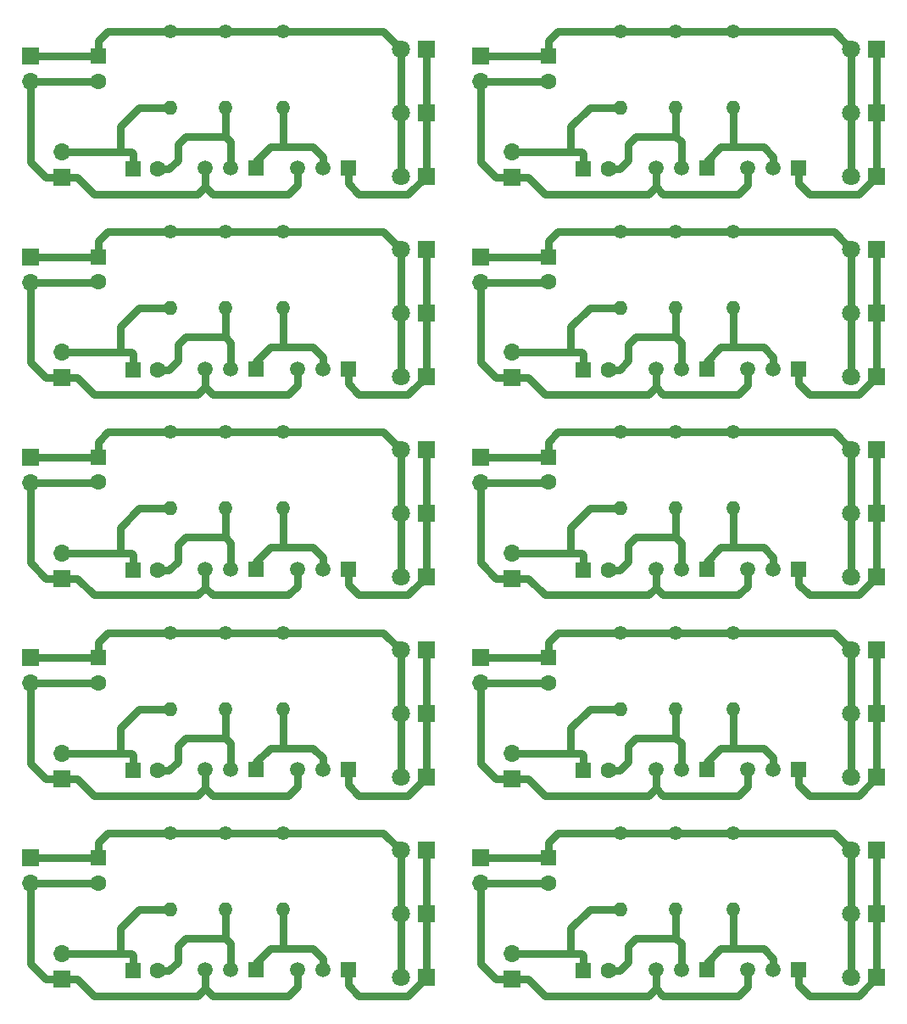
<source format=gbr>
G04 #@! TF.GenerationSoftware,KiCad,Pcbnew,(5.0.2)-1*
G04 #@! TF.CreationDate,2019-05-19T00:08:12-05:00*
G04 #@! TF.ProjectId,panel_luz_audioritmica,70616e65-6c5f-46c7-957a-5f617564696f,rev?*
G04 #@! TF.SameCoordinates,PX4b8e0a8PY86fe1b0*
G04 #@! TF.FileFunction,Copper,L2,Bot*
G04 #@! TF.FilePolarity,Positive*
%FSLAX46Y46*%
G04 Gerber Fmt 4.6, Leading zero omitted, Abs format (unit mm)*
G04 Created by KiCad (PCBNEW (5.0.2)-1) date 5/19/2019 12:08:12 AM*
%MOMM*%
%LPD*%
G01*
G04 APERTURE LIST*
G04 #@! TA.AperFunction,ComponentPad*
%ADD10R,1.800000X1.800000*%
G04 #@! TD*
G04 #@! TA.AperFunction,ComponentPad*
%ADD11C,1.800000*%
G04 #@! TD*
G04 #@! TA.AperFunction,ComponentPad*
%ADD12R,1.600000X1.600000*%
G04 #@! TD*
G04 #@! TA.AperFunction,ComponentPad*
%ADD13C,1.600000*%
G04 #@! TD*
G04 #@! TA.AperFunction,ComponentPad*
%ADD14C,1.500000*%
G04 #@! TD*
G04 #@! TA.AperFunction,ComponentPad*
%ADD15R,1.500000X1.500000*%
G04 #@! TD*
G04 #@! TA.AperFunction,ComponentPad*
%ADD16O,1.700000X1.700000*%
G04 #@! TD*
G04 #@! TA.AperFunction,ComponentPad*
%ADD17R,1.700000X1.700000*%
G04 #@! TD*
G04 #@! TA.AperFunction,ComponentPad*
%ADD18C,1.400000*%
G04 #@! TD*
G04 #@! TA.AperFunction,ComponentPad*
%ADD19O,1.400000X1.400000*%
G04 #@! TD*
G04 #@! TA.AperFunction,Conductor*
%ADD20C,0.750000*%
G04 #@! TD*
G04 APERTURE END LIST*
D10*
G04 #@! TO.P,~,1*
G04 #@! TO.N,N/C*
X92800000Y3810000D03*
D11*
G04 #@! TO.P,~,2*
X90260000Y3810000D03*
G04 #@! TD*
D12*
G04 #@! TO.P,C2,1*
G04 #@! TO.N,N/C*
X60045000Y15760000D03*
D13*
G04 #@! TO.P,C2,2*
X60045000Y13260000D03*
G04 #@! TD*
D10*
G04 #@! TO.P,~,1*
G04 #@! TO.N,N/C*
X92800000Y16510000D03*
D11*
G04 #@! TO.P,~,2*
X90260000Y16510000D03*
G04 #@! TD*
D14*
G04 #@! TO.P,Q1,2*
G04 #@! TO.N,N/C*
X73285000Y4580000D03*
G04 #@! TO.P,Q1,3*
X70745000Y4580000D03*
D15*
G04 #@! TO.P,Q1,1*
X75825000Y4580000D03*
G04 #@! TD*
D16*
G04 #@! TO.P,~,2*
G04 #@! TO.N,N/C*
X53250000Y13220000D03*
D17*
G04 #@! TO.P,~,1*
X53250000Y15760000D03*
G04 #@! TD*
D12*
G04 #@! TO.P,C1,1*
G04 #@! TO.N,N/C*
X63500000Y4500000D03*
D13*
G04 #@! TO.P,C1,2*
X66000000Y4500000D03*
G04 #@! TD*
D18*
G04 #@! TO.P,R1,1*
G04 #@! TO.N,N/C*
X67250000Y18250000D03*
D19*
G04 #@! TO.P,R1,2*
X67250000Y10630000D03*
G04 #@! TD*
D11*
G04 #@! TO.P,~,2*
G04 #@! TO.N,N/C*
X90260000Y10160000D03*
D10*
G04 #@! TO.P,~,1*
X92800000Y10160000D03*
G04 #@! TD*
D17*
G04 #@! TO.P,M1,1*
G04 #@! TO.N,N/C*
X56382000Y3683000D03*
D16*
G04 #@! TO.P,M1,2*
X56382000Y6223000D03*
G04 #@! TD*
D19*
G04 #@! TO.P,R3,2*
G04 #@! TO.N,N/C*
X78500000Y10630000D03*
D18*
G04 #@! TO.P,R3,1*
X78500000Y18250000D03*
G04 #@! TD*
D15*
G04 #@! TO.P,Q1,1*
G04 #@! TO.N,N/C*
X30825000Y4580000D03*
D14*
G04 #@! TO.P,Q1,3*
X25745000Y4580000D03*
G04 #@! TO.P,Q1,2*
X28285000Y4580000D03*
G04 #@! TD*
D13*
G04 #@! TO.P,C2,2*
G04 #@! TO.N,N/C*
X15045000Y13260000D03*
D12*
G04 #@! TO.P,C2,1*
X15045000Y15760000D03*
G04 #@! TD*
D17*
G04 #@! TO.P,~,1*
G04 #@! TO.N,N/C*
X8250000Y15760000D03*
D16*
G04 #@! TO.P,~,2*
X8250000Y13220000D03*
G04 #@! TD*
D19*
G04 #@! TO.P,R1,2*
G04 #@! TO.N,N/C*
X22250000Y10630000D03*
D18*
G04 #@! TO.P,R1,1*
X22250000Y18250000D03*
G04 #@! TD*
D16*
G04 #@! TO.P,M1,2*
G04 #@! TO.N,N/C*
X11382000Y6223000D03*
D17*
G04 #@! TO.P,M1,1*
X11382000Y3683000D03*
G04 #@! TD*
D11*
G04 #@! TO.P,~,2*
G04 #@! TO.N,N/C*
X45260000Y16510000D03*
D10*
G04 #@! TO.P,~,1*
X47800000Y16510000D03*
G04 #@! TD*
G04 #@! TO.P,~,1*
G04 #@! TO.N,N/C*
X47800000Y10160000D03*
D11*
G04 #@! TO.P,~,2*
X45260000Y10160000D03*
G04 #@! TD*
G04 #@! TO.P,~,2*
G04 #@! TO.N,N/C*
X45260000Y3810000D03*
D10*
G04 #@! TO.P,~,1*
X47800000Y3810000D03*
G04 #@! TD*
D13*
G04 #@! TO.P,C1,2*
G04 #@! TO.N,N/C*
X21000000Y4500000D03*
D12*
G04 #@! TO.P,C1,1*
X18500000Y4500000D03*
G04 #@! TD*
D18*
G04 #@! TO.P,R2,1*
G04 #@! TO.N,N/C*
X72750000Y18250000D03*
D19*
G04 #@! TO.P,R2,2*
X72750000Y10630000D03*
G04 #@! TD*
D15*
G04 #@! TO.P,Q2,1*
G04 #@! TO.N,N/C*
X85000000Y4580000D03*
D14*
G04 #@! TO.P,Q2,3*
X79920000Y4580000D03*
G04 #@! TO.P,Q2,2*
X82460000Y4580000D03*
G04 #@! TD*
D18*
G04 #@! TO.P,R3,1*
G04 #@! TO.N,N/C*
X33500000Y18250000D03*
D19*
G04 #@! TO.P,R3,2*
X33500000Y10630000D03*
G04 #@! TD*
G04 #@! TO.P,R2,2*
G04 #@! TO.N,N/C*
X27750000Y10630000D03*
D18*
G04 #@! TO.P,R2,1*
X27750000Y18250000D03*
G04 #@! TD*
D14*
G04 #@! TO.P,Q2,2*
G04 #@! TO.N,N/C*
X37460000Y4580000D03*
G04 #@! TO.P,Q2,3*
X34920000Y4580000D03*
D15*
G04 #@! TO.P,Q2,1*
X40000000Y4580000D03*
G04 #@! TD*
D10*
G04 #@! TO.P,~,1*
G04 #@! TO.N,N/C*
X92800000Y23810000D03*
D11*
G04 #@! TO.P,~,2*
X90260000Y23810000D03*
G04 #@! TD*
D12*
G04 #@! TO.P,C2,1*
G04 #@! TO.N,N/C*
X60045000Y35760000D03*
D13*
G04 #@! TO.P,C2,2*
X60045000Y33260000D03*
G04 #@! TD*
D10*
G04 #@! TO.P,~,1*
G04 #@! TO.N,N/C*
X92800000Y36510000D03*
D11*
G04 #@! TO.P,~,2*
X90260000Y36510000D03*
G04 #@! TD*
D14*
G04 #@! TO.P,Q1,2*
G04 #@! TO.N,N/C*
X73285000Y24580000D03*
G04 #@! TO.P,Q1,3*
X70745000Y24580000D03*
D15*
G04 #@! TO.P,Q1,1*
X75825000Y24580000D03*
G04 #@! TD*
D16*
G04 #@! TO.P,~,2*
G04 #@! TO.N,N/C*
X53250000Y33220000D03*
D17*
G04 #@! TO.P,~,1*
X53250000Y35760000D03*
G04 #@! TD*
D12*
G04 #@! TO.P,C1,1*
G04 #@! TO.N,N/C*
X63500000Y24500000D03*
D13*
G04 #@! TO.P,C1,2*
X66000000Y24500000D03*
G04 #@! TD*
D18*
G04 #@! TO.P,R1,1*
G04 #@! TO.N,N/C*
X67250000Y38250000D03*
D19*
G04 #@! TO.P,R1,2*
X67250000Y30630000D03*
G04 #@! TD*
D11*
G04 #@! TO.P,~,2*
G04 #@! TO.N,N/C*
X90260000Y30160000D03*
D10*
G04 #@! TO.P,~,1*
X92800000Y30160000D03*
G04 #@! TD*
D17*
G04 #@! TO.P,M1,1*
G04 #@! TO.N,N/C*
X56382000Y23683000D03*
D16*
G04 #@! TO.P,M1,2*
X56382000Y26223000D03*
G04 #@! TD*
D19*
G04 #@! TO.P,R3,2*
G04 #@! TO.N,N/C*
X78500000Y30630000D03*
D18*
G04 #@! TO.P,R3,1*
X78500000Y38250000D03*
G04 #@! TD*
D15*
G04 #@! TO.P,Q1,1*
G04 #@! TO.N,N/C*
X30825000Y24580000D03*
D14*
G04 #@! TO.P,Q1,3*
X25745000Y24580000D03*
G04 #@! TO.P,Q1,2*
X28285000Y24580000D03*
G04 #@! TD*
D13*
G04 #@! TO.P,C2,2*
G04 #@! TO.N,N/C*
X15045000Y33260000D03*
D12*
G04 #@! TO.P,C2,1*
X15045000Y35760000D03*
G04 #@! TD*
D17*
G04 #@! TO.P,~,1*
G04 #@! TO.N,N/C*
X8250000Y35760000D03*
D16*
G04 #@! TO.P,~,2*
X8250000Y33220000D03*
G04 #@! TD*
D19*
G04 #@! TO.P,R1,2*
G04 #@! TO.N,N/C*
X22250000Y30630000D03*
D18*
G04 #@! TO.P,R1,1*
X22250000Y38250000D03*
G04 #@! TD*
D16*
G04 #@! TO.P,M1,2*
G04 #@! TO.N,N/C*
X11382000Y26223000D03*
D17*
G04 #@! TO.P,M1,1*
X11382000Y23683000D03*
G04 #@! TD*
D11*
G04 #@! TO.P,~,2*
G04 #@! TO.N,N/C*
X45260000Y36510000D03*
D10*
G04 #@! TO.P,~,1*
X47800000Y36510000D03*
G04 #@! TD*
G04 #@! TO.P,~,1*
G04 #@! TO.N,N/C*
X47800000Y30160000D03*
D11*
G04 #@! TO.P,~,2*
X45260000Y30160000D03*
G04 #@! TD*
G04 #@! TO.P,~,2*
G04 #@! TO.N,N/C*
X45260000Y23810000D03*
D10*
G04 #@! TO.P,~,1*
X47800000Y23810000D03*
G04 #@! TD*
D13*
G04 #@! TO.P,C1,2*
G04 #@! TO.N,N/C*
X21000000Y24500000D03*
D12*
G04 #@! TO.P,C1,1*
X18500000Y24500000D03*
G04 #@! TD*
D18*
G04 #@! TO.P,R2,1*
G04 #@! TO.N,N/C*
X72750000Y38250000D03*
D19*
G04 #@! TO.P,R2,2*
X72750000Y30630000D03*
G04 #@! TD*
D15*
G04 #@! TO.P,Q2,1*
G04 #@! TO.N,N/C*
X85000000Y24580000D03*
D14*
G04 #@! TO.P,Q2,3*
X79920000Y24580000D03*
G04 #@! TO.P,Q2,2*
X82460000Y24580000D03*
G04 #@! TD*
D18*
G04 #@! TO.P,R3,1*
G04 #@! TO.N,N/C*
X33500000Y38250000D03*
D19*
G04 #@! TO.P,R3,2*
X33500000Y30630000D03*
G04 #@! TD*
G04 #@! TO.P,R2,2*
G04 #@! TO.N,N/C*
X27750000Y30630000D03*
D18*
G04 #@! TO.P,R2,1*
X27750000Y38250000D03*
G04 #@! TD*
D14*
G04 #@! TO.P,Q2,2*
G04 #@! TO.N,N/C*
X37460000Y24580000D03*
G04 #@! TO.P,Q2,3*
X34920000Y24580000D03*
D15*
G04 #@! TO.P,Q2,1*
X40000000Y24580000D03*
G04 #@! TD*
D10*
G04 #@! TO.P,~,1*
G04 #@! TO.N,N/C*
X92800000Y43810000D03*
D11*
G04 #@! TO.P,~,2*
X90260000Y43810000D03*
G04 #@! TD*
D12*
G04 #@! TO.P,C2,1*
G04 #@! TO.N,N/C*
X60045000Y55760000D03*
D13*
G04 #@! TO.P,C2,2*
X60045000Y53260000D03*
G04 #@! TD*
D10*
G04 #@! TO.P,~,1*
G04 #@! TO.N,N/C*
X92800000Y56510000D03*
D11*
G04 #@! TO.P,~,2*
X90260000Y56510000D03*
G04 #@! TD*
D14*
G04 #@! TO.P,Q1,2*
G04 #@! TO.N,N/C*
X73285000Y44580000D03*
G04 #@! TO.P,Q1,3*
X70745000Y44580000D03*
D15*
G04 #@! TO.P,Q1,1*
X75825000Y44580000D03*
G04 #@! TD*
D16*
G04 #@! TO.P,~,2*
G04 #@! TO.N,N/C*
X53250000Y53220000D03*
D17*
G04 #@! TO.P,~,1*
X53250000Y55760000D03*
G04 #@! TD*
D12*
G04 #@! TO.P,C1,1*
G04 #@! TO.N,N/C*
X63500000Y44500000D03*
D13*
G04 #@! TO.P,C1,2*
X66000000Y44500000D03*
G04 #@! TD*
D18*
G04 #@! TO.P,R1,1*
G04 #@! TO.N,N/C*
X67250000Y58250000D03*
D19*
G04 #@! TO.P,R1,2*
X67250000Y50630000D03*
G04 #@! TD*
D11*
G04 #@! TO.P,~,2*
G04 #@! TO.N,N/C*
X90260000Y50160000D03*
D10*
G04 #@! TO.P,~,1*
X92800000Y50160000D03*
G04 #@! TD*
D17*
G04 #@! TO.P,M1,1*
G04 #@! TO.N,N/C*
X56382000Y43683000D03*
D16*
G04 #@! TO.P,M1,2*
X56382000Y46223000D03*
G04 #@! TD*
D19*
G04 #@! TO.P,R3,2*
G04 #@! TO.N,N/C*
X78500000Y50630000D03*
D18*
G04 #@! TO.P,R3,1*
X78500000Y58250000D03*
G04 #@! TD*
D15*
G04 #@! TO.P,Q1,1*
G04 #@! TO.N,N/C*
X30825000Y44580000D03*
D14*
G04 #@! TO.P,Q1,3*
X25745000Y44580000D03*
G04 #@! TO.P,Q1,2*
X28285000Y44580000D03*
G04 #@! TD*
D13*
G04 #@! TO.P,C2,2*
G04 #@! TO.N,N/C*
X15045000Y53260000D03*
D12*
G04 #@! TO.P,C2,1*
X15045000Y55760000D03*
G04 #@! TD*
D17*
G04 #@! TO.P,~,1*
G04 #@! TO.N,N/C*
X8250000Y55760000D03*
D16*
G04 #@! TO.P,~,2*
X8250000Y53220000D03*
G04 #@! TD*
D19*
G04 #@! TO.P,R1,2*
G04 #@! TO.N,N/C*
X22250000Y50630000D03*
D18*
G04 #@! TO.P,R1,1*
X22250000Y58250000D03*
G04 #@! TD*
D16*
G04 #@! TO.P,M1,2*
G04 #@! TO.N,N/C*
X11382000Y46223000D03*
D17*
G04 #@! TO.P,M1,1*
X11382000Y43683000D03*
G04 #@! TD*
D11*
G04 #@! TO.P,~,2*
G04 #@! TO.N,N/C*
X45260000Y56510000D03*
D10*
G04 #@! TO.P,~,1*
X47800000Y56510000D03*
G04 #@! TD*
G04 #@! TO.P,~,1*
G04 #@! TO.N,N/C*
X47800000Y50160000D03*
D11*
G04 #@! TO.P,~,2*
X45260000Y50160000D03*
G04 #@! TD*
G04 #@! TO.P,~,2*
G04 #@! TO.N,N/C*
X45260000Y43810000D03*
D10*
G04 #@! TO.P,~,1*
X47800000Y43810000D03*
G04 #@! TD*
D13*
G04 #@! TO.P,C1,2*
G04 #@! TO.N,N/C*
X21000000Y44500000D03*
D12*
G04 #@! TO.P,C1,1*
X18500000Y44500000D03*
G04 #@! TD*
D18*
G04 #@! TO.P,R2,1*
G04 #@! TO.N,N/C*
X72750000Y58250000D03*
D19*
G04 #@! TO.P,R2,2*
X72750000Y50630000D03*
G04 #@! TD*
D15*
G04 #@! TO.P,Q2,1*
G04 #@! TO.N,N/C*
X85000000Y44580000D03*
D14*
G04 #@! TO.P,Q2,3*
X79920000Y44580000D03*
G04 #@! TO.P,Q2,2*
X82460000Y44580000D03*
G04 #@! TD*
D18*
G04 #@! TO.P,R3,1*
G04 #@! TO.N,N/C*
X33500000Y58250000D03*
D19*
G04 #@! TO.P,R3,2*
X33500000Y50630000D03*
G04 #@! TD*
G04 #@! TO.P,R2,2*
G04 #@! TO.N,N/C*
X27750000Y50630000D03*
D18*
G04 #@! TO.P,R2,1*
X27750000Y58250000D03*
G04 #@! TD*
D14*
G04 #@! TO.P,Q2,2*
G04 #@! TO.N,N/C*
X37460000Y44580000D03*
G04 #@! TO.P,Q2,3*
X34920000Y44580000D03*
D15*
G04 #@! TO.P,Q2,1*
X40000000Y44580000D03*
G04 #@! TD*
D10*
G04 #@! TO.P,~,1*
G04 #@! TO.N,N/C*
X92800000Y63810000D03*
D11*
G04 #@! TO.P,~,2*
X90260000Y63810000D03*
G04 #@! TD*
D12*
G04 #@! TO.P,C2,1*
G04 #@! TO.N,N/C*
X60045000Y75760000D03*
D13*
G04 #@! TO.P,C2,2*
X60045000Y73260000D03*
G04 #@! TD*
D10*
G04 #@! TO.P,~,1*
G04 #@! TO.N,N/C*
X92800000Y76510000D03*
D11*
G04 #@! TO.P,~,2*
X90260000Y76510000D03*
G04 #@! TD*
D14*
G04 #@! TO.P,Q1,2*
G04 #@! TO.N,N/C*
X73285000Y64580000D03*
G04 #@! TO.P,Q1,3*
X70745000Y64580000D03*
D15*
G04 #@! TO.P,Q1,1*
X75825000Y64580000D03*
G04 #@! TD*
D16*
G04 #@! TO.P,~,2*
G04 #@! TO.N,N/C*
X53250000Y73220000D03*
D17*
G04 #@! TO.P,~,1*
X53250000Y75760000D03*
G04 #@! TD*
D12*
G04 #@! TO.P,C1,1*
G04 #@! TO.N,N/C*
X63500000Y64500000D03*
D13*
G04 #@! TO.P,C1,2*
X66000000Y64500000D03*
G04 #@! TD*
D18*
G04 #@! TO.P,R1,1*
G04 #@! TO.N,N/C*
X67250000Y78250000D03*
D19*
G04 #@! TO.P,R1,2*
X67250000Y70630000D03*
G04 #@! TD*
D11*
G04 #@! TO.P,~,2*
G04 #@! TO.N,N/C*
X90260000Y70160000D03*
D10*
G04 #@! TO.P,~,1*
X92800000Y70160000D03*
G04 #@! TD*
D17*
G04 #@! TO.P,M1,1*
G04 #@! TO.N,N/C*
X56382000Y63683000D03*
D16*
G04 #@! TO.P,M1,2*
X56382000Y66223000D03*
G04 #@! TD*
D19*
G04 #@! TO.P,R3,2*
G04 #@! TO.N,N/C*
X78500000Y70630000D03*
D18*
G04 #@! TO.P,R3,1*
X78500000Y78250000D03*
G04 #@! TD*
D15*
G04 #@! TO.P,Q1,1*
G04 #@! TO.N,N/C*
X30825000Y64580000D03*
D14*
G04 #@! TO.P,Q1,3*
X25745000Y64580000D03*
G04 #@! TO.P,Q1,2*
X28285000Y64580000D03*
G04 #@! TD*
D13*
G04 #@! TO.P,C2,2*
G04 #@! TO.N,N/C*
X15045000Y73260000D03*
D12*
G04 #@! TO.P,C2,1*
X15045000Y75760000D03*
G04 #@! TD*
D17*
G04 #@! TO.P,~,1*
G04 #@! TO.N,N/C*
X8250000Y75760000D03*
D16*
G04 #@! TO.P,~,2*
X8250000Y73220000D03*
G04 #@! TD*
D19*
G04 #@! TO.P,R1,2*
G04 #@! TO.N,N/C*
X22250000Y70630000D03*
D18*
G04 #@! TO.P,R1,1*
X22250000Y78250000D03*
G04 #@! TD*
D16*
G04 #@! TO.P,M1,2*
G04 #@! TO.N,N/C*
X11382000Y66223000D03*
D17*
G04 #@! TO.P,M1,1*
X11382000Y63683000D03*
G04 #@! TD*
D11*
G04 #@! TO.P,~,2*
G04 #@! TO.N,N/C*
X45260000Y76510000D03*
D10*
G04 #@! TO.P,~,1*
X47800000Y76510000D03*
G04 #@! TD*
G04 #@! TO.P,~,1*
G04 #@! TO.N,N/C*
X47800000Y70160000D03*
D11*
G04 #@! TO.P,~,2*
X45260000Y70160000D03*
G04 #@! TD*
G04 #@! TO.P,~,2*
G04 #@! TO.N,N/C*
X45260000Y63810000D03*
D10*
G04 #@! TO.P,~,1*
X47800000Y63810000D03*
G04 #@! TD*
D13*
G04 #@! TO.P,C1,2*
G04 #@! TO.N,N/C*
X21000000Y64500000D03*
D12*
G04 #@! TO.P,C1,1*
X18500000Y64500000D03*
G04 #@! TD*
D18*
G04 #@! TO.P,R2,1*
G04 #@! TO.N,N/C*
X72750000Y78250000D03*
D19*
G04 #@! TO.P,R2,2*
X72750000Y70630000D03*
G04 #@! TD*
D15*
G04 #@! TO.P,Q2,1*
G04 #@! TO.N,N/C*
X85000000Y64580000D03*
D14*
G04 #@! TO.P,Q2,3*
X79920000Y64580000D03*
G04 #@! TO.P,Q2,2*
X82460000Y64580000D03*
G04 #@! TD*
D18*
G04 #@! TO.P,R3,1*
G04 #@! TO.N,N/C*
X33500000Y78250000D03*
D19*
G04 #@! TO.P,R3,2*
X33500000Y70630000D03*
G04 #@! TD*
G04 #@! TO.P,R2,2*
G04 #@! TO.N,N/C*
X27750000Y70630000D03*
D18*
G04 #@! TO.P,R2,1*
X27750000Y78250000D03*
G04 #@! TD*
D14*
G04 #@! TO.P,Q2,2*
G04 #@! TO.N,N/C*
X37460000Y64580000D03*
G04 #@! TO.P,Q2,3*
X34920000Y64580000D03*
D15*
G04 #@! TO.P,Q2,1*
X40000000Y64580000D03*
G04 #@! TD*
G04 #@! TO.P,Q1,1*
G04 #@! TO.N,N/C*
X75825000Y84580000D03*
D14*
G04 #@! TO.P,Q1,3*
X70745000Y84580000D03*
G04 #@! TO.P,Q1,2*
X73285000Y84580000D03*
G04 #@! TD*
D13*
G04 #@! TO.P,C2,2*
G04 #@! TO.N,N/C*
X60045000Y93260000D03*
D12*
G04 #@! TO.P,C2,1*
X60045000Y95760000D03*
G04 #@! TD*
D17*
G04 #@! TO.P,~,1*
G04 #@! TO.N,N/C*
X53250000Y95760000D03*
D16*
G04 #@! TO.P,~,2*
X53250000Y93220000D03*
G04 #@! TD*
D19*
G04 #@! TO.P,R1,2*
G04 #@! TO.N,N/C*
X67250000Y90630000D03*
D18*
G04 #@! TO.P,R1,1*
X67250000Y98250000D03*
G04 #@! TD*
D16*
G04 #@! TO.P,M1,2*
G04 #@! TO.N,N/C*
X56382000Y86223000D03*
D17*
G04 #@! TO.P,M1,1*
X56382000Y83683000D03*
G04 #@! TD*
D11*
G04 #@! TO.P,~,2*
G04 #@! TO.N,N/C*
X90260000Y96510000D03*
D10*
G04 #@! TO.P,~,1*
X92800000Y96510000D03*
G04 #@! TD*
G04 #@! TO.P,~,1*
G04 #@! TO.N,N/C*
X92800000Y90160000D03*
D11*
G04 #@! TO.P,~,2*
X90260000Y90160000D03*
G04 #@! TD*
G04 #@! TO.P,~,2*
G04 #@! TO.N,N/C*
X90260000Y83810000D03*
D10*
G04 #@! TO.P,~,1*
X92800000Y83810000D03*
G04 #@! TD*
D13*
G04 #@! TO.P,C1,2*
G04 #@! TO.N,N/C*
X66000000Y84500000D03*
D12*
G04 #@! TO.P,C1,1*
X63500000Y84500000D03*
G04 #@! TD*
D18*
G04 #@! TO.P,R3,1*
G04 #@! TO.N,N/C*
X78500000Y98250000D03*
D19*
G04 #@! TO.P,R3,2*
X78500000Y90630000D03*
G04 #@! TD*
G04 #@! TO.P,R2,2*
G04 #@! TO.N,N/C*
X72750000Y90630000D03*
D18*
G04 #@! TO.P,R2,1*
X72750000Y98250000D03*
G04 #@! TD*
D14*
G04 #@! TO.P,Q2,2*
G04 #@! TO.N,N/C*
X82460000Y84580000D03*
G04 #@! TO.P,Q2,3*
X79920000Y84580000D03*
D15*
G04 #@! TO.P,Q2,1*
X85000000Y84580000D03*
G04 #@! TD*
D16*
G04 #@! TO.P,~,2*
G04 #@! TO.N,GNDREF*
X8250000Y93220000D03*
D17*
G04 #@! TO.P,~,1*
G04 #@! TO.N,VCC*
X8250000Y95760000D03*
G04 #@! TD*
D12*
G04 #@! TO.P,C1,1*
G04 #@! TO.N,Net-(C1-Pad1)*
X18500000Y84500000D03*
D13*
G04 #@! TO.P,C1,2*
G04 #@! TO.N,Net-(C1-Pad2)*
X21000000Y84500000D03*
G04 #@! TD*
D12*
G04 #@! TO.P,C2,1*
G04 #@! TO.N,VCC*
X15045000Y95760000D03*
D13*
G04 #@! TO.P,C2,2*
G04 #@! TO.N,GNDREF*
X15045000Y93260000D03*
G04 #@! TD*
D10*
G04 #@! TO.P,~,1*
G04 #@! TO.N,Net-(D1-Pad1)*
X47800000Y83810000D03*
D11*
G04 #@! TO.P,~,2*
G04 #@! TO.N,VCC*
X45260000Y83810000D03*
G04 #@! TD*
G04 #@! TO.P,~,2*
G04 #@! TO.N,VCC*
X45260000Y90160000D03*
D10*
G04 #@! TO.P,~,1*
G04 #@! TO.N,Net-(D1-Pad1)*
X47800000Y90160000D03*
G04 #@! TD*
G04 #@! TO.P,~,1*
G04 #@! TO.N,Net-(D1-Pad1)*
X47800000Y96510000D03*
D11*
G04 #@! TO.P,~,2*
G04 #@! TO.N,VCC*
X45260000Y96510000D03*
G04 #@! TD*
D17*
G04 #@! TO.P,M1,1*
G04 #@! TO.N,GNDREF*
X11382000Y83683000D03*
D16*
G04 #@! TO.P,M1,2*
G04 #@! TO.N,Net-(C1-Pad1)*
X11382000Y86223000D03*
G04 #@! TD*
D14*
G04 #@! TO.P,Q1,2*
G04 #@! TO.N,Net-(C1-Pad2)*
X28285000Y84580000D03*
G04 #@! TO.P,Q1,3*
G04 #@! TO.N,GNDREF*
X25745000Y84580000D03*
D15*
G04 #@! TO.P,Q1,1*
G04 #@! TO.N,Net-(Q1-Pad1)*
X30825000Y84580000D03*
G04 #@! TD*
G04 #@! TO.P,Q2,1*
G04 #@! TO.N,Net-(D1-Pad1)*
X40000000Y84580000D03*
D14*
G04 #@! TO.P,Q2,3*
G04 #@! TO.N,GNDREF*
X34920000Y84580000D03*
G04 #@! TO.P,Q2,2*
G04 #@! TO.N,Net-(Q1-Pad1)*
X37460000Y84580000D03*
G04 #@! TD*
D18*
G04 #@! TO.P,R1,1*
G04 #@! TO.N,VCC*
X22250000Y98250000D03*
D19*
G04 #@! TO.P,R1,2*
G04 #@! TO.N,Net-(C1-Pad1)*
X22250000Y90630000D03*
G04 #@! TD*
D18*
G04 #@! TO.P,R2,1*
G04 #@! TO.N,VCC*
X27750000Y98250000D03*
D19*
G04 #@! TO.P,R2,2*
G04 #@! TO.N,Net-(C1-Pad2)*
X27750000Y90630000D03*
G04 #@! TD*
G04 #@! TO.P,R3,2*
G04 #@! TO.N,Net-(Q1-Pad1)*
X33500000Y90630000D03*
D18*
G04 #@! TO.P,R3,1*
G04 #@! TO.N,VCC*
X33500000Y98250000D03*
G04 #@! TD*
D20*
G04 #@! TO.N,*
X53250000Y93220000D02*
X53250000Y85215000D01*
X54782000Y83683000D02*
X56382000Y83683000D01*
X53250000Y85215000D02*
X54782000Y83683000D01*
X60005000Y93220000D02*
X60045000Y93260000D01*
X53250000Y93220000D02*
X60005000Y93220000D01*
X79920000Y84580000D02*
X79920000Y82920000D01*
X71490000Y82000000D02*
X70745000Y82745000D01*
X79920000Y82920000D02*
X79000000Y82000000D01*
X79000000Y82000000D02*
X71490000Y82000000D01*
X70745000Y82745000D02*
X70745000Y84580000D01*
X56382000Y83683000D02*
X57982000Y83683000D01*
X59665000Y82000000D02*
X70000000Y82000000D01*
X70000000Y82000000D02*
X70745000Y82745000D01*
X57982000Y83683000D02*
X59665000Y82000000D01*
X60045000Y97310000D02*
X60985000Y98250000D01*
X53250000Y95760000D02*
X60045000Y95760000D01*
X67250000Y98250000D02*
X88520000Y98250000D01*
X88520000Y98250000D02*
X90260000Y96510000D01*
X90260000Y83810000D02*
X90260000Y96510000D01*
X60045000Y95760000D02*
X60045000Y97310000D01*
X66260051Y98250000D02*
X67250000Y98250000D01*
X60985000Y98250000D02*
X66260051Y98250000D01*
X56382000Y86223000D02*
X63327000Y86223000D01*
X67250000Y90630000D02*
X64130000Y90630000D01*
X63327000Y86223000D02*
X63500000Y86050000D01*
X62250000Y88750000D02*
X62250000Y86250000D01*
X64130000Y90630000D02*
X62250000Y88750000D01*
X63500000Y86050000D02*
X63500000Y84500000D01*
X68000000Y87000000D02*
X68750000Y87750000D01*
X72750000Y90630000D02*
X72750000Y87750000D01*
X72750000Y87750000D02*
X73285000Y87215000D01*
X68000000Y85368630D02*
X68000000Y87000000D01*
X66000000Y84500000D02*
X67131370Y84500000D01*
X68750000Y87750000D02*
X72750000Y87750000D01*
X73285000Y87215000D02*
X73285000Y84580000D01*
X67131370Y84500000D02*
X68000000Y85368630D01*
X85000000Y83080000D02*
X86080000Y82000000D01*
X92800000Y96510000D02*
X92800000Y83810000D01*
X90990000Y82000000D02*
X92800000Y83810000D01*
X85000000Y84580000D02*
X85000000Y83080000D01*
X86080000Y82000000D02*
X90990000Y82000000D01*
X82500000Y84620000D02*
X82460000Y84580000D01*
X78500000Y86750000D02*
X81500000Y86750000D01*
X82500000Y85750000D02*
X82500000Y84620000D01*
X77250000Y86750000D02*
X78500000Y86750000D01*
X81500000Y86750000D02*
X82500000Y85750000D01*
X75825000Y84580000D02*
X75825000Y85325000D01*
X75825000Y85325000D02*
X77250000Y86750000D01*
X78500000Y90630000D02*
X78500000Y86750000D01*
X79000000Y62000000D02*
X71490000Y62000000D01*
X59665000Y62000000D02*
X70000000Y62000000D01*
X72750000Y67750000D02*
X73285000Y67215000D01*
X68000000Y67000000D02*
X68750000Y67750000D01*
X67250000Y78250000D02*
X88520000Y78250000D01*
X66000000Y64500000D02*
X67131370Y64500000D01*
X90990000Y62000000D02*
X92800000Y63810000D01*
X53250000Y73220000D02*
X53250000Y65215000D01*
X75825000Y64580000D02*
X75825000Y65325000D01*
X78500000Y70630000D02*
X78500000Y66750000D01*
X66260051Y78250000D02*
X67250000Y78250000D01*
X62250000Y68750000D02*
X62250000Y66250000D01*
X67131370Y64500000D02*
X68000000Y65368630D01*
X75825000Y65325000D02*
X77250000Y66750000D01*
X85000000Y63080000D02*
X86080000Y62000000D01*
X57982000Y63683000D02*
X59665000Y62000000D01*
X63327000Y66223000D02*
X63500000Y66050000D01*
X77250000Y66750000D02*
X78500000Y66750000D01*
X88520000Y78250000D02*
X90260000Y76510000D01*
X70000000Y62000000D02*
X70745000Y62745000D01*
X56382000Y63683000D02*
X57982000Y63683000D01*
X82500000Y65750000D02*
X82500000Y64620000D01*
X72750000Y70630000D02*
X72750000Y67750000D01*
X53250000Y65215000D02*
X54782000Y63683000D01*
X79920000Y64580000D02*
X79920000Y62920000D01*
X60045000Y77310000D02*
X60985000Y78250000D01*
X70745000Y62745000D02*
X70745000Y64580000D01*
X56382000Y66223000D02*
X63327000Y66223000D01*
X54782000Y63683000D02*
X56382000Y63683000D01*
X78500000Y66750000D02*
X81500000Y66750000D01*
X53250000Y75760000D02*
X60045000Y75760000D01*
X68000000Y65368630D02*
X68000000Y67000000D01*
X90260000Y63810000D02*
X90260000Y76510000D01*
X79920000Y62920000D02*
X79000000Y62000000D01*
X67250000Y70630000D02*
X64130000Y70630000D01*
X92800000Y76510000D02*
X92800000Y63810000D01*
X68750000Y67750000D02*
X72750000Y67750000D01*
X53250000Y73220000D02*
X60005000Y73220000D01*
X85000000Y64580000D02*
X85000000Y63080000D01*
X73285000Y67215000D02*
X73285000Y64580000D01*
X82500000Y64620000D02*
X82460000Y64580000D01*
X60045000Y75760000D02*
X60045000Y77310000D01*
X71490000Y62000000D02*
X70745000Y62745000D01*
X81500000Y66750000D02*
X82500000Y65750000D01*
X60005000Y73220000D02*
X60045000Y73260000D01*
X60985000Y78250000D02*
X66260051Y78250000D01*
X63500000Y66050000D02*
X63500000Y64500000D01*
X86080000Y62000000D02*
X90990000Y62000000D01*
X64130000Y70630000D02*
X62250000Y68750000D01*
X8250000Y73220000D02*
X8250000Y65215000D01*
X9782000Y63683000D02*
X11382000Y63683000D01*
X8250000Y65215000D02*
X9782000Y63683000D01*
X15005000Y73220000D02*
X15045000Y73260000D01*
X8250000Y73220000D02*
X15005000Y73220000D01*
X34920000Y64580000D02*
X34920000Y62920000D01*
X26490000Y62000000D02*
X25745000Y62745000D01*
X34920000Y62920000D02*
X34000000Y62000000D01*
X34000000Y62000000D02*
X26490000Y62000000D01*
X25745000Y62745000D02*
X25745000Y64580000D01*
X11382000Y63683000D02*
X12982000Y63683000D01*
X14665000Y62000000D02*
X25000000Y62000000D01*
X25000000Y62000000D02*
X25745000Y62745000D01*
X12982000Y63683000D02*
X14665000Y62000000D01*
X15045000Y77310000D02*
X15985000Y78250000D01*
X8250000Y75760000D02*
X15045000Y75760000D01*
X22250000Y78250000D02*
X43520000Y78250000D01*
X43520000Y78250000D02*
X45260000Y76510000D01*
X45260000Y63810000D02*
X45260000Y76510000D01*
X15045000Y75760000D02*
X15045000Y77310000D01*
X21260051Y78250000D02*
X22250000Y78250000D01*
X15985000Y78250000D02*
X21260051Y78250000D01*
X11382000Y66223000D02*
X18327000Y66223000D01*
X22250000Y70630000D02*
X19130000Y70630000D01*
X18327000Y66223000D02*
X18500000Y66050000D01*
X17250000Y68750000D02*
X17250000Y66250000D01*
X19130000Y70630000D02*
X17250000Y68750000D01*
X18500000Y66050000D02*
X18500000Y64500000D01*
X23000000Y67000000D02*
X23750000Y67750000D01*
X27750000Y70630000D02*
X27750000Y67750000D01*
X27750000Y67750000D02*
X28285000Y67215000D01*
X23000000Y65368630D02*
X23000000Y67000000D01*
X21000000Y64500000D02*
X22131370Y64500000D01*
X23750000Y67750000D02*
X27750000Y67750000D01*
X28285000Y67215000D02*
X28285000Y64580000D01*
X22131370Y64500000D02*
X23000000Y65368630D01*
X40000000Y63080000D02*
X41080000Y62000000D01*
X47800000Y76510000D02*
X47800000Y63810000D01*
X45990000Y62000000D02*
X47800000Y63810000D01*
X40000000Y64580000D02*
X40000000Y63080000D01*
X41080000Y62000000D02*
X45990000Y62000000D01*
X37500000Y64620000D02*
X37460000Y64580000D01*
X33500000Y66750000D02*
X36500000Y66750000D01*
X37500000Y65750000D02*
X37500000Y64620000D01*
X32250000Y66750000D02*
X33500000Y66750000D01*
X36500000Y66750000D02*
X37500000Y65750000D01*
X30825000Y64580000D02*
X30825000Y65325000D01*
X30825000Y65325000D02*
X32250000Y66750000D01*
X33500000Y70630000D02*
X33500000Y66750000D01*
X79000000Y42000000D02*
X71490000Y42000000D01*
X59665000Y42000000D02*
X70000000Y42000000D01*
X72750000Y47750000D02*
X73285000Y47215000D01*
X68000000Y47000000D02*
X68750000Y47750000D01*
X67250000Y58250000D02*
X88520000Y58250000D01*
X66000000Y44500000D02*
X67131370Y44500000D01*
X90990000Y42000000D02*
X92800000Y43810000D01*
X53250000Y53220000D02*
X53250000Y45215000D01*
X75825000Y44580000D02*
X75825000Y45325000D01*
X78500000Y50630000D02*
X78500000Y46750000D01*
X66260051Y58250000D02*
X67250000Y58250000D01*
X62250000Y48750000D02*
X62250000Y46250000D01*
X67131370Y44500000D02*
X68000000Y45368630D01*
X75825000Y45325000D02*
X77250000Y46750000D01*
X85000000Y43080000D02*
X86080000Y42000000D01*
X57982000Y43683000D02*
X59665000Y42000000D01*
X63327000Y46223000D02*
X63500000Y46050000D01*
X77250000Y46750000D02*
X78500000Y46750000D01*
X88520000Y58250000D02*
X90260000Y56510000D01*
X70000000Y42000000D02*
X70745000Y42745000D01*
X56382000Y43683000D02*
X57982000Y43683000D01*
X82500000Y45750000D02*
X82500000Y44620000D01*
X72750000Y50630000D02*
X72750000Y47750000D01*
X53250000Y45215000D02*
X54782000Y43683000D01*
X79920000Y44580000D02*
X79920000Y42920000D01*
X60045000Y57310000D02*
X60985000Y58250000D01*
X70745000Y42745000D02*
X70745000Y44580000D01*
X56382000Y46223000D02*
X63327000Y46223000D01*
X54782000Y43683000D02*
X56382000Y43683000D01*
X78500000Y46750000D02*
X81500000Y46750000D01*
X53250000Y55760000D02*
X60045000Y55760000D01*
X68000000Y45368630D02*
X68000000Y47000000D01*
X90260000Y43810000D02*
X90260000Y56510000D01*
X79920000Y42920000D02*
X79000000Y42000000D01*
X67250000Y50630000D02*
X64130000Y50630000D01*
X92800000Y56510000D02*
X92800000Y43810000D01*
X68750000Y47750000D02*
X72750000Y47750000D01*
X53250000Y53220000D02*
X60005000Y53220000D01*
X85000000Y44580000D02*
X85000000Y43080000D01*
X73285000Y47215000D02*
X73285000Y44580000D01*
X82500000Y44620000D02*
X82460000Y44580000D01*
X60045000Y55760000D02*
X60045000Y57310000D01*
X71490000Y42000000D02*
X70745000Y42745000D01*
X81500000Y46750000D02*
X82500000Y45750000D01*
X60005000Y53220000D02*
X60045000Y53260000D01*
X60985000Y58250000D02*
X66260051Y58250000D01*
X63500000Y46050000D02*
X63500000Y44500000D01*
X86080000Y42000000D02*
X90990000Y42000000D01*
X64130000Y50630000D02*
X62250000Y48750000D01*
X8250000Y53220000D02*
X8250000Y45215000D01*
X9782000Y43683000D02*
X11382000Y43683000D01*
X8250000Y45215000D02*
X9782000Y43683000D01*
X15005000Y53220000D02*
X15045000Y53260000D01*
X8250000Y53220000D02*
X15005000Y53220000D01*
X34920000Y44580000D02*
X34920000Y42920000D01*
X26490000Y42000000D02*
X25745000Y42745000D01*
X34920000Y42920000D02*
X34000000Y42000000D01*
X34000000Y42000000D02*
X26490000Y42000000D01*
X25745000Y42745000D02*
X25745000Y44580000D01*
X11382000Y43683000D02*
X12982000Y43683000D01*
X14665000Y42000000D02*
X25000000Y42000000D01*
X25000000Y42000000D02*
X25745000Y42745000D01*
X12982000Y43683000D02*
X14665000Y42000000D01*
X15045000Y57310000D02*
X15985000Y58250000D01*
X8250000Y55760000D02*
X15045000Y55760000D01*
X22250000Y58250000D02*
X43520000Y58250000D01*
X43520000Y58250000D02*
X45260000Y56510000D01*
X45260000Y43810000D02*
X45260000Y56510000D01*
X15045000Y55760000D02*
X15045000Y57310000D01*
X21260051Y58250000D02*
X22250000Y58250000D01*
X15985000Y58250000D02*
X21260051Y58250000D01*
X11382000Y46223000D02*
X18327000Y46223000D01*
X22250000Y50630000D02*
X19130000Y50630000D01*
X18327000Y46223000D02*
X18500000Y46050000D01*
X17250000Y48750000D02*
X17250000Y46250000D01*
X19130000Y50630000D02*
X17250000Y48750000D01*
X18500000Y46050000D02*
X18500000Y44500000D01*
X23000000Y47000000D02*
X23750000Y47750000D01*
X27750000Y50630000D02*
X27750000Y47750000D01*
X27750000Y47750000D02*
X28285000Y47215000D01*
X23000000Y45368630D02*
X23000000Y47000000D01*
X21000000Y44500000D02*
X22131370Y44500000D01*
X23750000Y47750000D02*
X27750000Y47750000D01*
X28285000Y47215000D02*
X28285000Y44580000D01*
X22131370Y44500000D02*
X23000000Y45368630D01*
X40000000Y43080000D02*
X41080000Y42000000D01*
X47800000Y56510000D02*
X47800000Y43810000D01*
X45990000Y42000000D02*
X47800000Y43810000D01*
X40000000Y44580000D02*
X40000000Y43080000D01*
X41080000Y42000000D02*
X45990000Y42000000D01*
X37500000Y44620000D02*
X37460000Y44580000D01*
X33500000Y46750000D02*
X36500000Y46750000D01*
X37500000Y45750000D02*
X37500000Y44620000D01*
X32250000Y46750000D02*
X33500000Y46750000D01*
X36500000Y46750000D02*
X37500000Y45750000D01*
X30825000Y44580000D02*
X30825000Y45325000D01*
X30825000Y45325000D02*
X32250000Y46750000D01*
X33500000Y50630000D02*
X33500000Y46750000D01*
X79000000Y22000000D02*
X71490000Y22000000D01*
X59665000Y22000000D02*
X70000000Y22000000D01*
X72750000Y27750000D02*
X73285000Y27215000D01*
X68000000Y27000000D02*
X68750000Y27750000D01*
X67250000Y38250000D02*
X88520000Y38250000D01*
X66000000Y24500000D02*
X67131370Y24500000D01*
X90990000Y22000000D02*
X92800000Y23810000D01*
X53250000Y33220000D02*
X53250000Y25215000D01*
X75825000Y24580000D02*
X75825000Y25325000D01*
X78500000Y30630000D02*
X78500000Y26750000D01*
X66260051Y38250000D02*
X67250000Y38250000D01*
X62250000Y28750000D02*
X62250000Y26250000D01*
X67131370Y24500000D02*
X68000000Y25368630D01*
X75825000Y25325000D02*
X77250000Y26750000D01*
X85000000Y23080000D02*
X86080000Y22000000D01*
X57982000Y23683000D02*
X59665000Y22000000D01*
X63327000Y26223000D02*
X63500000Y26050000D01*
X77250000Y26750000D02*
X78500000Y26750000D01*
X88520000Y38250000D02*
X90260000Y36510000D01*
X70000000Y22000000D02*
X70745000Y22745000D01*
X56382000Y23683000D02*
X57982000Y23683000D01*
X82500000Y25750000D02*
X82500000Y24620000D01*
X72750000Y30630000D02*
X72750000Y27750000D01*
X53250000Y25215000D02*
X54782000Y23683000D01*
X79920000Y24580000D02*
X79920000Y22920000D01*
X60045000Y37310000D02*
X60985000Y38250000D01*
X70745000Y22745000D02*
X70745000Y24580000D01*
X56382000Y26223000D02*
X63327000Y26223000D01*
X54782000Y23683000D02*
X56382000Y23683000D01*
X78500000Y26750000D02*
X81500000Y26750000D01*
X53250000Y35760000D02*
X60045000Y35760000D01*
X68000000Y25368630D02*
X68000000Y27000000D01*
X90260000Y23810000D02*
X90260000Y36510000D01*
X79920000Y22920000D02*
X79000000Y22000000D01*
X67250000Y30630000D02*
X64130000Y30630000D01*
X92800000Y36510000D02*
X92800000Y23810000D01*
X68750000Y27750000D02*
X72750000Y27750000D01*
X53250000Y33220000D02*
X60005000Y33220000D01*
X85000000Y24580000D02*
X85000000Y23080000D01*
X73285000Y27215000D02*
X73285000Y24580000D01*
X82500000Y24620000D02*
X82460000Y24580000D01*
X60045000Y35760000D02*
X60045000Y37310000D01*
X71490000Y22000000D02*
X70745000Y22745000D01*
X81500000Y26750000D02*
X82500000Y25750000D01*
X60005000Y33220000D02*
X60045000Y33260000D01*
X60985000Y38250000D02*
X66260051Y38250000D01*
X63500000Y26050000D02*
X63500000Y24500000D01*
X86080000Y22000000D02*
X90990000Y22000000D01*
X64130000Y30630000D02*
X62250000Y28750000D01*
X8250000Y33220000D02*
X8250000Y25215000D01*
X9782000Y23683000D02*
X11382000Y23683000D01*
X8250000Y25215000D02*
X9782000Y23683000D01*
X15005000Y33220000D02*
X15045000Y33260000D01*
X8250000Y33220000D02*
X15005000Y33220000D01*
X34920000Y24580000D02*
X34920000Y22920000D01*
X26490000Y22000000D02*
X25745000Y22745000D01*
X34920000Y22920000D02*
X34000000Y22000000D01*
X34000000Y22000000D02*
X26490000Y22000000D01*
X25745000Y22745000D02*
X25745000Y24580000D01*
X11382000Y23683000D02*
X12982000Y23683000D01*
X14665000Y22000000D02*
X25000000Y22000000D01*
X25000000Y22000000D02*
X25745000Y22745000D01*
X12982000Y23683000D02*
X14665000Y22000000D01*
X15045000Y37310000D02*
X15985000Y38250000D01*
X8250000Y35760000D02*
X15045000Y35760000D01*
X22250000Y38250000D02*
X43520000Y38250000D01*
X43520000Y38250000D02*
X45260000Y36510000D01*
X45260000Y23810000D02*
X45260000Y36510000D01*
X15045000Y35760000D02*
X15045000Y37310000D01*
X21260051Y38250000D02*
X22250000Y38250000D01*
X15985000Y38250000D02*
X21260051Y38250000D01*
X11382000Y26223000D02*
X18327000Y26223000D01*
X22250000Y30630000D02*
X19130000Y30630000D01*
X18327000Y26223000D02*
X18500000Y26050000D01*
X17250000Y28750000D02*
X17250000Y26250000D01*
X19130000Y30630000D02*
X17250000Y28750000D01*
X18500000Y26050000D02*
X18500000Y24500000D01*
X23000000Y27000000D02*
X23750000Y27750000D01*
X27750000Y30630000D02*
X27750000Y27750000D01*
X27750000Y27750000D02*
X28285000Y27215000D01*
X23000000Y25368630D02*
X23000000Y27000000D01*
X21000000Y24500000D02*
X22131370Y24500000D01*
X23750000Y27750000D02*
X27750000Y27750000D01*
X28285000Y27215000D02*
X28285000Y24580000D01*
X22131370Y24500000D02*
X23000000Y25368630D01*
X40000000Y23080000D02*
X41080000Y22000000D01*
X47800000Y36510000D02*
X47800000Y23810000D01*
X45990000Y22000000D02*
X47800000Y23810000D01*
X40000000Y24580000D02*
X40000000Y23080000D01*
X41080000Y22000000D02*
X45990000Y22000000D01*
X37500000Y24620000D02*
X37460000Y24580000D01*
X33500000Y26750000D02*
X36500000Y26750000D01*
X37500000Y25750000D02*
X37500000Y24620000D01*
X32250000Y26750000D02*
X33500000Y26750000D01*
X36500000Y26750000D02*
X37500000Y25750000D01*
X30825000Y24580000D02*
X30825000Y25325000D01*
X30825000Y25325000D02*
X32250000Y26750000D01*
X33500000Y30630000D02*
X33500000Y26750000D01*
X79000000Y2000000D02*
X71490000Y2000000D01*
X59665000Y2000000D02*
X70000000Y2000000D01*
X72750000Y7750000D02*
X73285000Y7215000D01*
X68000000Y7000000D02*
X68750000Y7750000D01*
X67250000Y18250000D02*
X88520000Y18250000D01*
X66000000Y4500000D02*
X67131370Y4500000D01*
X90990000Y2000000D02*
X92800000Y3810000D01*
X53250000Y13220000D02*
X53250000Y5215000D01*
X75825000Y4580000D02*
X75825000Y5325000D01*
X78500000Y10630000D02*
X78500000Y6750000D01*
X66260051Y18250000D02*
X67250000Y18250000D01*
X62250000Y8750000D02*
X62250000Y6250000D01*
X67131370Y4500000D02*
X68000000Y5368630D01*
X75825000Y5325000D02*
X77250000Y6750000D01*
X85000000Y3080000D02*
X86080000Y2000000D01*
X57982000Y3683000D02*
X59665000Y2000000D01*
X63327000Y6223000D02*
X63500000Y6050000D01*
X77250000Y6750000D02*
X78500000Y6750000D01*
X88520000Y18250000D02*
X90260000Y16510000D01*
X70000000Y2000000D02*
X70745000Y2745000D01*
X56382000Y3683000D02*
X57982000Y3683000D01*
X82500000Y5750000D02*
X82500000Y4620000D01*
X72750000Y10630000D02*
X72750000Y7750000D01*
X53250000Y5215000D02*
X54782000Y3683000D01*
X79920000Y4580000D02*
X79920000Y2920000D01*
X60045000Y17310000D02*
X60985000Y18250000D01*
X70745000Y2745000D02*
X70745000Y4580000D01*
X56382000Y6223000D02*
X63327000Y6223000D01*
X54782000Y3683000D02*
X56382000Y3683000D01*
X78500000Y6750000D02*
X81500000Y6750000D01*
X53250000Y15760000D02*
X60045000Y15760000D01*
X68000000Y5368630D02*
X68000000Y7000000D01*
X90260000Y3810000D02*
X90260000Y16510000D01*
X79920000Y2920000D02*
X79000000Y2000000D01*
X67250000Y10630000D02*
X64130000Y10630000D01*
X92800000Y16510000D02*
X92800000Y3810000D01*
X68750000Y7750000D02*
X72750000Y7750000D01*
X53250000Y13220000D02*
X60005000Y13220000D01*
X85000000Y4580000D02*
X85000000Y3080000D01*
X73285000Y7215000D02*
X73285000Y4580000D01*
X82500000Y4620000D02*
X82460000Y4580000D01*
X60045000Y15760000D02*
X60045000Y17310000D01*
X71490000Y2000000D02*
X70745000Y2745000D01*
X81500000Y6750000D02*
X82500000Y5750000D01*
X60005000Y13220000D02*
X60045000Y13260000D01*
X60985000Y18250000D02*
X66260051Y18250000D01*
X63500000Y6050000D02*
X63500000Y4500000D01*
X86080000Y2000000D02*
X90990000Y2000000D01*
X64130000Y10630000D02*
X62250000Y8750000D01*
X8250000Y13220000D02*
X8250000Y5215000D01*
X9782000Y3683000D02*
X11382000Y3683000D01*
X8250000Y5215000D02*
X9782000Y3683000D01*
X15005000Y13220000D02*
X15045000Y13260000D01*
X8250000Y13220000D02*
X15005000Y13220000D01*
X34920000Y4580000D02*
X34920000Y2920000D01*
X26490000Y2000000D02*
X25745000Y2745000D01*
X34920000Y2920000D02*
X34000000Y2000000D01*
X34000000Y2000000D02*
X26490000Y2000000D01*
X25745000Y2745000D02*
X25745000Y4580000D01*
X11382000Y3683000D02*
X12982000Y3683000D01*
X14665000Y2000000D02*
X25000000Y2000000D01*
X25000000Y2000000D02*
X25745000Y2745000D01*
X12982000Y3683000D02*
X14665000Y2000000D01*
X15045000Y17310000D02*
X15985000Y18250000D01*
X8250000Y15760000D02*
X15045000Y15760000D01*
X22250000Y18250000D02*
X43520000Y18250000D01*
X43520000Y18250000D02*
X45260000Y16510000D01*
X45260000Y3810000D02*
X45260000Y16510000D01*
X15045000Y15760000D02*
X15045000Y17310000D01*
X21260051Y18250000D02*
X22250000Y18250000D01*
X15985000Y18250000D02*
X21260051Y18250000D01*
X11382000Y6223000D02*
X18327000Y6223000D01*
X22250000Y10630000D02*
X19130000Y10630000D01*
X18327000Y6223000D02*
X18500000Y6050000D01*
X17250000Y8750000D02*
X17250000Y6250000D01*
X19130000Y10630000D02*
X17250000Y8750000D01*
X18500000Y6050000D02*
X18500000Y4500000D01*
X23000000Y7000000D02*
X23750000Y7750000D01*
X27750000Y10630000D02*
X27750000Y7750000D01*
X27750000Y7750000D02*
X28285000Y7215000D01*
X23000000Y5368630D02*
X23000000Y7000000D01*
X21000000Y4500000D02*
X22131370Y4500000D01*
X23750000Y7750000D02*
X27750000Y7750000D01*
X28285000Y7215000D02*
X28285000Y4580000D01*
X22131370Y4500000D02*
X23000000Y5368630D01*
X40000000Y3080000D02*
X41080000Y2000000D01*
X47800000Y16510000D02*
X47800000Y3810000D01*
X45990000Y2000000D02*
X47800000Y3810000D01*
X40000000Y4580000D02*
X40000000Y3080000D01*
X41080000Y2000000D02*
X45990000Y2000000D01*
X37500000Y4620000D02*
X37460000Y4580000D01*
X33500000Y6750000D02*
X36500000Y6750000D01*
X37500000Y5750000D02*
X37500000Y4620000D01*
X32250000Y6750000D02*
X33500000Y6750000D01*
X36500000Y6750000D02*
X37500000Y5750000D01*
X30825000Y4580000D02*
X30825000Y5325000D01*
X30825000Y5325000D02*
X32250000Y6750000D01*
X33500000Y10630000D02*
X33500000Y6750000D01*
G04 #@! TO.N,GNDREF*
X15005000Y93220000D02*
X15045000Y93260000D01*
X8250000Y93220000D02*
X15005000Y93220000D01*
X9782000Y83683000D02*
X11382000Y83683000D01*
X8250000Y85215000D02*
X9782000Y83683000D01*
X8250000Y93220000D02*
X8250000Y85215000D01*
X25745000Y82745000D02*
X25745000Y84580000D01*
X25000000Y82000000D02*
X25745000Y82745000D01*
X14665000Y82000000D02*
X25000000Y82000000D01*
X11382000Y83683000D02*
X12982000Y83683000D01*
X12982000Y83683000D02*
X14665000Y82000000D01*
X34920000Y84580000D02*
X34920000Y82920000D01*
X34920000Y82920000D02*
X34000000Y82000000D01*
X26490000Y82000000D02*
X25745000Y82745000D01*
X34000000Y82000000D02*
X26490000Y82000000D01*
G04 #@! TO.N,VCC*
X8250000Y95760000D02*
X15045000Y95760000D01*
X21260051Y98250000D02*
X22250000Y98250000D01*
X15985000Y98250000D02*
X21260051Y98250000D01*
X15045000Y97310000D02*
X15985000Y98250000D01*
X15045000Y95760000D02*
X15045000Y97310000D01*
X43520000Y98250000D02*
X45260000Y96510000D01*
X22250000Y98250000D02*
X43520000Y98250000D01*
X45260000Y83810000D02*
X45260000Y96510000D01*
G04 #@! TO.N,Net-(C1-Pad1)*
X18500000Y86050000D02*
X18500000Y84500000D01*
X18327000Y86223000D02*
X18500000Y86050000D01*
X11382000Y86223000D02*
X18327000Y86223000D01*
X17250000Y88750000D02*
X17250000Y86250000D01*
X22250000Y90630000D02*
X19130000Y90630000D01*
X19130000Y90630000D02*
X17250000Y88750000D01*
G04 #@! TO.N,Net-(C1-Pad2)*
X27750000Y90630000D02*
X27750000Y87750000D01*
X28285000Y87215000D02*
X28285000Y84580000D01*
X27750000Y87750000D02*
X28285000Y87215000D01*
X22131370Y84500000D02*
X23000000Y85368630D01*
X21000000Y84500000D02*
X22131370Y84500000D01*
X23000000Y85368630D02*
X23000000Y87000000D01*
X23750000Y87750000D02*
X27750000Y87750000D01*
X23000000Y87000000D02*
X23750000Y87750000D01*
G04 #@! TO.N,Net-(D1-Pad1)*
X47800000Y96510000D02*
X47800000Y83810000D01*
X45990000Y82000000D02*
X47800000Y83810000D01*
X41080000Y82000000D02*
X45990000Y82000000D01*
X40000000Y84580000D02*
X40000000Y83080000D01*
X40000000Y83080000D02*
X41080000Y82000000D01*
G04 #@! TO.N,Net-(Q1-Pad1)*
X37500000Y84620000D02*
X37460000Y84580000D01*
X37500000Y85750000D02*
X37500000Y84620000D01*
X36500000Y86750000D02*
X37500000Y85750000D01*
X30825000Y84580000D02*
X30825000Y85325000D01*
X30825000Y85325000D02*
X32250000Y86750000D01*
X33500000Y90630000D02*
X33500000Y86750000D01*
X32250000Y86750000D02*
X33500000Y86750000D01*
X33500000Y86750000D02*
X36500000Y86750000D01*
G04 #@! TD*
M02*

</source>
